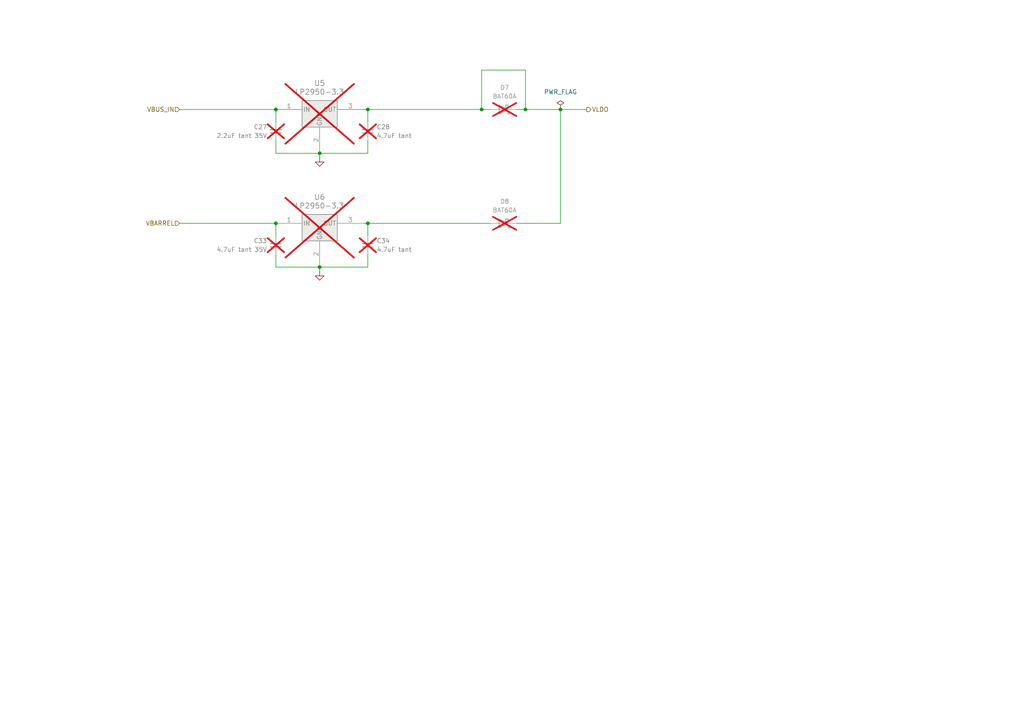
<source format=kicad_sch>
(kicad_sch (version 20231120) (generator "eeschema") (generator_version "8.0")
  (paper "A4")
  (lib_symbols
    (symbol "Device:C_Small" (pin_numbers hide) (pin_names (offset 0.254) hide)
      (property "Reference" "C" (at 0.254 1.778 0))
      (property "Value" "C_Small" (at 0.254 -2.032 0))
      (symbol "C_Small_0_1"
        (polyline (pts (xy -1.524 -0.508) (xy 1.524 -0.508)) (stroke (width 0.3302)))
        (polyline (pts (xy -1.524 0.508) (xy 1.524 0.508)) (stroke (width 0.3048)))
      )
      (symbol "C_Small_1_1"
        (pin passive line (at 0 2.54 270) (length 2.032) (name "~") (number "1"))
        (pin passive line (at 0 -2.54 90) (length 2.032) (name "~") (number "2"))
      )
    )
    (symbol "Diode:BAT60A" (pin_numbers hide) (pin_names (offset 1.016) hide)
      (property "Reference" "D" (at 0 2.54 0))
      (property "Value" "BAT60A" (at 0 -2.54 0))
      (symbol "BAT60A_0_1"
        (polyline (pts (xy 1.27 0) (xy -1.27 0)))
        (polyline (pts (xy 1.27 1.27) (xy 1.27 -1.27) (xy -1.27 0) (xy 1.27 1.27)) (stroke (width 0.254)))
        (polyline (pts (xy -1.905 0.635) (xy -1.905 1.27) (xy -1.27 1.27) (xy -1.27 -1.27) (xy -0.635 -1.27) (xy -0.635 -0.635)) (stroke (width 0.254)))
      )
      (symbol "BAT60A_1_1"
        (pin passive line (at -3.81 0 0) (length 2.54) (name "K") (number "1"))
        (pin passive line (at 3.81 0 180) (length 2.54) (name "A") (number "2"))
      )
    )
    (symbol "LP2950CDTX_3.3:LP2950CDTX-3.3_NOPB" (pin_names (offset 0.254))
      (property "Reference" "U" (at 11.684 9.906 0))
      (property "Value" "LP2950-3.3" (at 11.684 7.366 0))
      (symbol "LP2950CDTX-3.3_NOPB_0_1"
        (rectangle (start 7.62 5.08) (end 17.78 -2.54) (stroke (width 0.254)) (fill (type background)))
        (pin power_in line (at 0 2.54 0) (length 7.62) (name "IN") (number "1"))
      )
      (symbol "LP2950CDTX-3.3_NOPB_1_1"
        (pin power_in line (at 12.7 -10.16 90) (length 7.62) (name "GND") (number "2"))
        (pin power_out line (at 25.4 2.54 180) (length 7.62) (name "OUT") (number "3"))
      )
    )
    (symbol "PCM_4ms_Power-symbol:PWR_FLAG" (power) (pin_numbers hide) (pin_names (offset 0) hide)
      (property "Value" "PWR_FLAG" (at 0 3.81 0))
      (symbol "PWR_FLAG_0_0"
        (pin power_out line (at 0 0 90) (length 0) (name "pwr") (number "1"))
      )
      (symbol "PWR_FLAG_0_1"
        (polyline (pts (xy 0 0) (xy 0 1.27) (xy -1.016 1.905) (xy 0 2.54) (xy 1.016 1.905) (xy 0 1.27)))
      )
    )
    (symbol "power:GND" (power) (pin_numbers hide) (pin_names (offset 0) hide)
      (property "Value" "GND" (at 0 -3.81 0))
      (symbol "GND_0_1"
        (polyline (pts (xy 0 0) (xy 0 -1.27) (xy 1.27 -1.27) (xy 0 -2.54) (xy -1.27 -1.27) (xy 0 -1.27)))
      )
      (symbol "GND_1_1"
        (pin power_in line (at 0 0 270) (length 0) (name "~") (number "1"))
      )
    )
  )
  (junction (at 106.68 64.77))
  (junction (at 92.71 77.47))
  (junction (at 139.7 31.75))
  (junction (at 92.71 44.45))
  (junction (at 162.56 31.75))
  (junction (at 152.4 31.75))
  (junction (at 106.68 31.75))
  (junction (at 80.01 31.75))
  (junction (at 80.01 64.77))
  (wire (pts (xy 152.4 31.75) (xy 162.56 31.75)))
  (wire (pts (xy 105.41 64.77) (xy 106.68 64.77)))
  (wire (pts (xy 52.07 64.77) (xy 80.01 64.77)))
  (wire (pts (xy 92.71 77.47) (xy 92.71 78.74)))
  (wire (pts (xy 139.7 20.32) (xy 139.7 31.75)))
  (wire (pts (xy 80.01 44.45) (xy 80.01 40.64)))
  (wire (pts (xy 106.68 31.75) (xy 139.7 31.75)))
  (wire (pts (xy 80.01 77.47) (xy 80.01 73.66)))
  (wire (pts (xy 106.68 44.45) (xy 106.68 40.64)))
  (wire (pts (xy 92.71 77.47) (xy 80.01 77.47)))
  (wire (pts (xy 106.68 64.77) (xy 106.68 68.58)))
  (wire (pts (xy 52.07 31.75) (xy 80.01 31.75)))
  (wire (pts (xy 80.01 35.56) (xy 80.01 31.75)))
  (wire (pts (xy 80.01 64.77) (xy 80.01 68.58)))
  (wire (pts (xy 92.71 44.45) (xy 92.71 45.72)))
  (wire (pts (xy 162.56 31.75) (xy 170.18 31.75)))
  (wire (pts (xy 92.71 77.47) (xy 106.68 77.47)))
  (wire (pts (xy 162.56 31.75) (xy 162.56 64.77)))
  (wire (pts (xy 152.4 20.32) (xy 152.4 31.75)))
  (wire (pts (xy 142.24 64.77) (xy 106.68 64.77)))
  (wire (pts (xy 139.7 20.32) (xy 152.4 20.32)))
  (wire (pts (xy 92.71 44.45) (xy 80.01 44.45)))
  (wire (pts (xy 105.41 31.75) (xy 106.68 31.75)))
  (wire (pts (xy 149.86 31.75) (xy 152.4 31.75)))
  (wire (pts (xy 92.71 44.45) (xy 106.68 44.45)))
  (wire (pts (xy 106.68 31.75) (xy 106.68 35.56)))
  (wire (pts (xy 149.86 64.77) (xy 162.56 64.77)))
  (wire (pts (xy 106.68 77.47) (xy 106.68 73.66)))
  (wire (pts (xy 142.24 31.75) (xy 139.7 31.75)))
  (hierarchical_label "VLDO" (shape output) (at 170.18 31.75 0))
  (hierarchical_label "VBUS_IN" (shape input) (at 52.07 31.75 180))
  (hierarchical_label "VBARREL" (shape input) (at 52.07 64.77 180))
  (symbol (lib_id "Device:C_Small") (at 80.01 71.12 0) (mirror x) (unit 1) (in_bom no) (on_board no) (dnp yes)
    (property "Reference" "C33" (at 77.47 69.85 0) (effects (justify right)))
    (property "Value" "4.7uF tant 35V" (at 77.47 72.3835 0) (effects (justify right)))
    (property "Footprint" "Capacitor_Tantalum_SMD:CP_EIA-3528-21_Kemet-B_Pad1.50x2.35mm_HandSolder" (effects (hide yes)))
    (property "Datasheet" "https://search.kemet.com/download/datasheet/T491B475K035AT" (effects (hide yes)))
    (property "Description" "Unpolarized capacitor, small symbol" (effects (hide yes)))
    (property "Digikey" "https://www.digikey.com/en/products/detail/kemet/T491B475K035AT/3907825" (effects (hide yes)))
    (property "Mfgr" "KEMET" (effects (hide yes)))
    (property "MPN" "T491B475K035AT" (effects (hide yes)))
  )
  (symbol (lib_id "Device:C_Small") (at 106.68 38.1 180) (unit 1) (in_bom no) (on_board no) (dnp yes)
    (property "Reference" "C28" (at 109.22 36.83 0) (effects (justify right)))
    (property "Value" "4.7uF tant" (at 109.22 39.3635 0) (effects (justify right)))
    (property "Footprint" "Capacitor_Tantalum_SMD:CP_EIA-3528-21_Kemet-B_Pad1.50x2.35mm_HandSolder" (effects (hide yes)))
    (property "Datasheet" "https://search.kemet.com/download/datasheet/T491B475K035AT" (effects (hide yes)))
    (property "Description" "Unpolarized capacitor, small symbol" (effects (hide yes)))
    (property "Digikey" "https://www.digikey.com/en/products/detail/kemet/T491B475K035AT/3907825" (effects (hide yes)))
    (property "Mfgr" "KEMET" (effects (hide yes)))
    (property "MPN" "T491B475K035AT" (effects (hide yes)))
  )
  (symbol (lib_id "PCM_4ms_Power-symbol:PWR_FLAG") (at 162.56 31.75 0) (unit 1)
    (property "Reference" "#FLG06" (effects (hide yes)))
    (property "Value" "PWR_FLAG" (at 162.56 26.67 0))
  )
  (symbol (lib_id "LP2950CDTX_3.3:LP2950CDTX-3.3_NOPB") (at 80.01 34.29 0) (unit 1) (in_bom no) (on_board no) (dnp yes)
    (property "Reference" "U5" (at 92.71 24.13 0) (effects (font (size 1.524 1.524))))
    (property "Value" "LP2950-3.3" (at 92.71 26.67 0) (effects (font (size 1.524 1.524))))
    (property "Footprint" "LP2950CDTX_3.3:TD03B_TEX-M" (effects (hide yes)))
    (property "Datasheet" "https://www.ti.com/general/docs/suppproductinfo.tsp?distId=10&gotoUrl=https%3A%2F%2Fwww.ti.com%2Flit%2Fgpn%2Flp2950-n" (effects (hide yes)))
    (property "Description" "3.3V fixed LDO" (effects (hide yes)))
    (property "Digikey" "https://www.digikey.com/en/products/detail/texas-instruments/LP2950CDTX-3-3-NOPB/367570" (effects (hide yes)))
    (property "Mfgr" "TI" (effects (hide yes)))
    (property "MPN" "LP2950CDTX-3.3/NOPB" (effects (hide yes)))
  )
  (symbol (lib_id "power:GND") (at 92.71 78.74 0) (unit 1)
    (property "Reference" "#PWR043" (effects (hide yes)))
    (property "Value" "GND" (effects (hide yes)))
    (property "Description" "Power symbol creates a global label with name \"GND\" , ground" (effects (hide yes)))
  )
  (symbol (lib_id "LP2950CDTX_3.3:LP2950CDTX-3.3_NOPB") (at 80.01 67.31 0) (unit 1) (in_bom no) (on_board no) (dnp yes)
    (property "Reference" "U6" (at 92.71 57.15 0) (effects (font (size 1.524 1.524))))
    (property "Value" "LP2950-3.3" (at 92.71 59.69 0) (effects (font (size 1.524 1.524))))
    (property "Footprint" "LP2950CDTX_3.3:TD03B_TEX-M" (effects (hide yes)))
    (property "Datasheet" "https://www.ti.com/general/docs/suppproductinfo.tsp?distId=10&gotoUrl=https%3A%2F%2Fwww.ti.com%2Flit%2Fgpn%2Flp2950-n" (effects (hide yes)))
    (property "Description" "3.3V fixed LDO" (effects (hide yes)))
    (property "Digikey" "https://www.digikey.com/en/products/detail/texas-instruments/LP2950CDTX-3-3-NOPB/367570" (effects (hide yes)))
    (property "Mfgr" "TI" (effects (hide yes)))
    (property "MPN" "LP2950CDTX-3.3/NOPB" (effects (hide yes)))
  )
  (symbol (lib_id "Device:C_Small") (at 106.68 71.12 180) (unit 1) (in_bom no) (on_board no) (dnp yes)
    (property "Reference" "C34" (at 109.22 69.85 0) (effects (justify right)))
    (property "Value" "4.7uF tant" (at 109.22 72.3835 0) (effects (justify right)))
    (property "Footprint" "Capacitor_Tantalum_SMD:CP_EIA-3528-21_Kemet-B_Pad1.50x2.35mm_HandSolder" (effects (hide yes)))
    (property "Datasheet" "https://search.kemet.com/download/datasheet/T491B475K035AT" (effects (hide yes)))
    (property "Description" "Unpolarized capacitor, small symbol" (effects (hide yes)))
    (property "Digikey" "https://www.digikey.com/en/products/detail/kemet/T491B475K035AT/3907825" (effects (hide yes)))
    (property "Mfgr" "KEMET" (effects (hide yes)))
    (property "MPN" "T491B475K035AT" (effects (hide yes)))
  )
  (symbol (lib_id "Diode:BAT60A") (at 146.05 64.77 180) (unit 1) (exclude_from_sim yes) (in_bom no) (on_board no) (dnp yes)
    (property "Reference" "D8" (at 146.3675 58.42 0))
    (property "Value" "BAT60A" (at 146.3675 60.96 0))
    (property "Footprint" "Diode_SMD:D_SOD-323" (effects (hide yes)))
    (property "Datasheet" "https://www.infineon.com/dgdl/Infineon-BAT60ASERIES-DS-v01_01-en.pdf?fileId=db3a304313d846880113def70c9304a9" (effects (hide yes)))
    (property "Description" "10V 3A High Current Recitifier Schottky Diode, SOD-323" (effects (hide yes)))
  )
  (symbol (lib_id "Device:C_Small") (at 80.01 38.1 0) (mirror x) (unit 1) (in_bom no) (on_board no) (dnp yes)
    (property "Reference" "C27" (at 77.47 36.83 0) (effects (justify right)))
    (property "Value" "2.2uF tant 35V" (at 77.47 39.3635 0) (effects (justify right)))
    (property "Footprint" "Capacitor_Tantalum_SMD:CP_EIA-3528-21_Kemet-B_Pad1.50x2.35mm_HandSolder" (effects (hide yes)))
    (property "Datasheet" "https://search.kemet.com/download/datasheet/T491B475K035AT" (effects (hide yes)))
    (property "Description" "Unpolarized capacitor, small symbol" (effects (hide yes)))
    (property "Digikey" "https://www.digikey.com/en/products/detail/kemet/T491B475K035AT/3907825" (effects (hide yes)))
    (property "Mfgr" "KEMET" (effects (hide yes)))
    (property "MPN" "T491B475K035AT" (effects (hide yes)))
  )
  (symbol (lib_id "power:GND") (at 92.71 45.72 0) (unit 1)
    (property "Reference" "#PWR040" (effects (hide yes)))
    (property "Value" "GND" (effects (hide yes)))
    (property "Description" "Power symbol creates a global label with name \"GND\" , ground" (effects (hide yes)))
  )
  (symbol (lib_id "Diode:BAT60A") (at 146.05 31.75 180) (unit 1) (exclude_from_sim yes) (in_bom no) (on_board no) (dnp yes)
    (property "Reference" "D7" (at 146.3675 25.4 0))
    (property "Value" "BAT60A" (at 146.3675 27.94 0))
    (property "Footprint" "Diode_SMD:D_SOD-323" (effects (hide yes)))
    (property "Datasheet" "https://www.infineon.com/dgdl/Infineon-BAT60ASERIES-DS-v01_01-en.pdf?fileId=db3a304313d846880113def70c9304a9" (effects (hide yes)))
    (property "Description" "10V 3A High Current Recitifier Schottky Diode, SOD-323" (effects (hide yes)))
    (property "Digikey" "https://www.digikey.com/en/products/detail/infineon-technologies/BAT60AE6327HTSA1/1280934" (effects (hide yes)))
    (property "Mfgr" "Infineon" (effects (hide yes)))
    (property "MPN" "BAT60AE6327HTSA1" (effects (hide yes)))
  )
)
</source>
